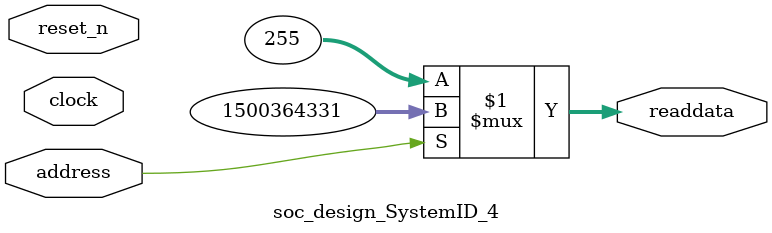
<source format=v>
module soc_design_SystemID_4 (
                address,
                clock,
                reset_n,
                readdata
             )
;
  output  [ 31: 0] readdata;
  input            address;
  input            clock;
  input            reset_n;
  wire    [ 31: 0] readdata;
  assign readdata = address ? 1500364331 : 255;
endmodule
</source>
